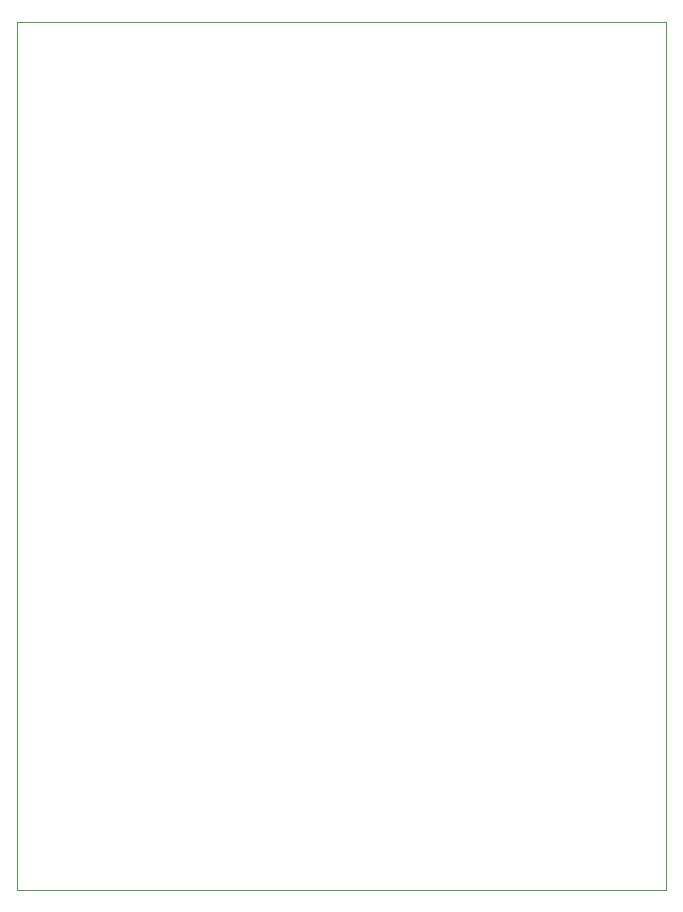
<source format=gbr>
%TF.GenerationSoftware,KiCad,Pcbnew,8.0.6*%
%TF.CreationDate,2025-09-05T14:44:54+02:00*%
%TF.ProjectId,wro-nyak,77726f2d-6e79-4616-9b2e-6b696361645f,rev?*%
%TF.SameCoordinates,Original*%
%TF.FileFunction,Profile,NP*%
%FSLAX46Y46*%
G04 Gerber Fmt 4.6, Leading zero omitted, Abs format (unit mm)*
G04 Created by KiCad (PCBNEW 8.0.6) date 2025-09-05 14:44:54*
%MOMM*%
%LPD*%
G01*
G04 APERTURE LIST*
%TA.AperFunction,Profile*%
%ADD10C,0.050000*%
%TD*%
G04 APERTURE END LIST*
D10*
X17500000Y-15500000D02*
X72500000Y-15500000D01*
X72500000Y-89000000D01*
X17500000Y-89000000D01*
X17500000Y-15500000D01*
M02*

</source>
